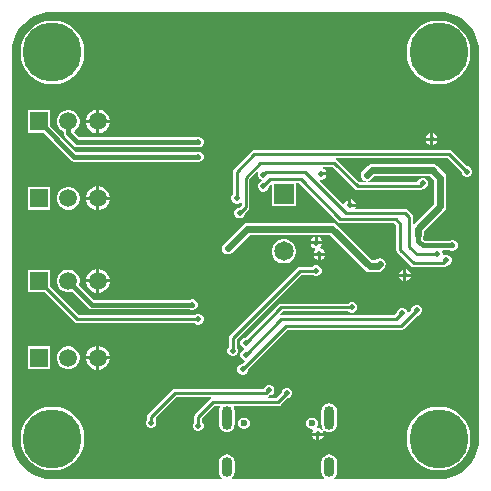
<source format=gbl>
G04*
G04 #@! TF.GenerationSoftware,Altium Limited,Altium Designer,22.9.1 (49)*
G04*
G04 Layer_Physical_Order=2*
G04 Layer_Color=16711680*
%FSLAX44Y44*%
%MOMM*%
G71*
G04*
G04 #@! TF.SameCoordinates,255A3326-CA3E-4E7A-B617-BBCC988FCEB9*
G04*
G04*
G04 #@! TF.FilePolarity,Positive*
G04*
G01*
G75*
%ADD11C,0.2540*%
%ADD44C,0.6000*%
%ADD46C,0.4000*%
%ADD48R,1.5080X1.5080*%
%ADD49C,1.5080*%
%ADD50C,1.6510*%
%ADD51R,1.6510X1.6510*%
%ADD52C,5.0000*%
%ADD53O,0.9000X1.7000*%
%ADD54O,0.9000X2.0000*%
%ADD55C,0.6000*%
%ADD56C,0.5000*%
G36*
X5403Y360998D02*
X10673Y359732D01*
X15679Y357659D01*
X20300Y354827D01*
X24421Y351307D01*
X27941Y347186D01*
X30772Y342565D01*
X32846Y337559D01*
X34111Y332289D01*
X34526Y327024D01*
X34499Y326886D01*
Y0D01*
X34526Y-138D01*
X34111Y-5403D01*
X32846Y-10672D01*
X30772Y-15679D01*
X27941Y-20300D01*
X24421Y-24421D01*
X20300Y-27941D01*
X15679Y-30772D01*
X10672Y-32846D01*
X5403Y-34111D01*
X138Y-34526D01*
X0Y-34499D01*
X-88324D01*
X-88755Y-33228D01*
X-88057Y-32693D01*
X-87015Y-31335D01*
X-86360Y-29754D01*
X-86137Y-28057D01*
Y-20057D01*
X-86360Y-18360D01*
X-87015Y-16779D01*
X-88057Y-15421D01*
X-89415Y-14379D01*
X-90996Y-13724D01*
X-92693Y-13501D01*
X-94390Y-13724D01*
X-95971Y-14379D01*
X-97329Y-15421D01*
X-98371Y-16779D01*
X-99026Y-18360D01*
X-99249Y-20057D01*
Y-28057D01*
X-99026Y-29754D01*
X-98371Y-31335D01*
X-97329Y-32693D01*
X-96631Y-33228D01*
X-97062Y-34499D01*
X-174824D01*
X-175255Y-33228D01*
X-174557Y-32693D01*
X-173515Y-31335D01*
X-172860Y-29754D01*
X-172637Y-28057D01*
Y-20057D01*
X-172860Y-18360D01*
X-173515Y-16779D01*
X-174557Y-15421D01*
X-175915Y-14379D01*
X-177496Y-13724D01*
X-179193Y-13501D01*
X-180890Y-13724D01*
X-182471Y-14379D01*
X-183829Y-15421D01*
X-184871Y-16779D01*
X-185526Y-18360D01*
X-185749Y-20057D01*
Y-28057D01*
X-185526Y-29754D01*
X-184871Y-31335D01*
X-183829Y-32693D01*
X-183131Y-33228D01*
X-183562Y-34499D01*
X-326886D01*
X-327024Y-34526D01*
X-332289Y-34111D01*
X-337559Y-32846D01*
X-342565Y-30772D01*
X-347186Y-27941D01*
X-351307Y-24421D01*
X-354827Y-20300D01*
X-357659Y-15679D01*
X-359732Y-10673D01*
X-360998Y-5403D01*
X-361412Y-138D01*
X-361385Y-0D01*
Y326886D01*
X-361412Y327024D01*
X-360998Y332289D01*
X-359732Y337559D01*
X-357659Y342565D01*
X-354827Y347186D01*
X-351307Y351307D01*
X-347186Y354827D01*
X-342565Y357659D01*
X-337559Y359732D01*
X-332289Y360998D01*
X-327024Y361412D01*
X-326886Y361385D01*
X0D01*
X138Y361412D01*
X5403Y360998D01*
D02*
G37*
%LPC*%
G36*
X-324761Y353886D02*
X-329011D01*
X-333209Y353221D01*
X-337251Y351908D01*
X-341037Y349979D01*
X-344475Y347481D01*
X-347481Y344475D01*
X-349979Y341037D01*
X-351908Y337251D01*
X-353221Y333209D01*
X-353886Y329011D01*
Y324761D01*
X-353221Y320564D01*
X-351908Y316522D01*
X-349979Y312735D01*
X-347481Y309297D01*
X-344475Y306292D01*
X-341037Y303794D01*
X-337251Y301864D01*
X-333209Y300551D01*
X-329011Y299886D01*
X-324761D01*
X-320564Y300551D01*
X-316522Y301864D01*
X-312735Y303794D01*
X-309297Y306292D01*
X-306292Y309297D01*
X-303794Y312735D01*
X-301864Y316522D01*
X-300551Y320564D01*
X-299886Y324761D01*
Y329011D01*
X-300551Y333209D01*
X-301864Y337251D01*
X-303794Y341037D01*
X-306292Y344475D01*
X-309297Y347481D01*
X-312735Y349979D01*
X-316522Y351908D01*
X-320564Y353221D01*
X-324761Y353886D01*
D02*
G37*
G36*
X2125Y353886D02*
X-2125D01*
X-6323Y353221D01*
X-10364Y351908D01*
X-14151Y349978D01*
X-17589Y347481D01*
X-20594Y344475D01*
X-23092Y341037D01*
X-25022Y337251D01*
X-26335Y333209D01*
X-27000Y329011D01*
Y324761D01*
X-26335Y320564D01*
X-25022Y316522D01*
X-23092Y312735D01*
X-20594Y309297D01*
X-17589Y306292D01*
X-14151Y303794D01*
X-10364Y301864D01*
X-6323Y300551D01*
X-2125Y299886D01*
X2125D01*
X6323Y300551D01*
X10364Y301864D01*
X14151Y303794D01*
X17589Y306292D01*
X20594Y309297D01*
X23093Y312735D01*
X25022Y316522D01*
X26335Y320564D01*
X27000Y324761D01*
Y329011D01*
X26335Y333209D01*
X25022Y337251D01*
X23093Y341037D01*
X20594Y344475D01*
X17589Y347481D01*
X14151Y349978D01*
X10364Y351908D01*
X6323Y353221D01*
X2125Y353886D01*
D02*
G37*
G36*
X-287116Y278523D02*
X-287173D01*
Y269713D01*
X-278363D01*
Y269770D01*
X-279050Y272334D01*
X-280377Y274632D01*
X-282254Y276509D01*
X-284552Y277836D01*
X-287116Y278523D01*
D02*
G37*
G36*
X-289713D02*
X-289770D01*
X-292334Y277836D01*
X-294632Y276509D01*
X-296509Y274632D01*
X-297836Y272334D01*
X-298523Y269770D01*
Y269713D01*
X-289713D01*
Y278523D01*
D02*
G37*
G36*
X-278363Y267173D02*
X-287173D01*
Y258363D01*
X-287116D01*
X-284552Y259050D01*
X-282254Y260377D01*
X-280377Y262254D01*
X-279050Y264552D01*
X-278363Y267116D01*
Y267173D01*
D02*
G37*
G36*
X-289713D02*
X-298523D01*
Y267116D01*
X-297836Y264552D01*
X-296509Y262254D01*
X-294632Y260377D01*
X-292334Y259050D01*
X-289770Y258363D01*
X-289713D01*
Y267173D01*
D02*
G37*
G36*
X-4673Y258372D02*
Y254713D01*
X-1014D01*
X-1670Y256298D01*
X-3088Y257716D01*
X-4673Y258372D01*
D02*
G37*
G36*
X-7213D02*
X-8798Y257716D01*
X-10216Y256298D01*
X-10872Y254713D01*
X-7213D01*
Y258372D01*
D02*
G37*
G36*
X-1014Y252173D02*
X-4673D01*
Y248514D01*
X-3088Y249170D01*
X-1670Y250588D01*
X-1014Y252173D01*
D02*
G37*
G36*
X-7213D02*
X-10872D01*
X-10216Y250588D01*
X-8798Y249170D01*
X-7213Y248514D01*
Y252173D01*
D02*
G37*
G36*
X-312187Y277983D02*
X-314699D01*
X-317125Y277333D01*
X-319301Y276077D01*
X-321077Y274301D01*
X-322333Y272125D01*
X-322983Y269699D01*
Y267187D01*
X-322333Y264761D01*
X-321077Y262585D01*
X-319301Y260809D01*
X-317521Y259782D01*
Y258443D01*
X-317521Y258443D01*
X-317211Y256882D01*
X-316327Y255559D01*
X-308827Y248059D01*
X-308827Y248059D01*
X-307504Y247175D01*
X-305943Y246865D01*
X-205356D01*
X-204338Y246443D01*
X-202548D01*
X-200894Y247128D01*
X-199628Y248394D01*
X-198943Y250048D01*
Y251838D01*
X-199628Y253492D01*
X-200894Y254758D01*
X-202548Y255443D01*
X-204338D01*
X-205356Y255021D01*
X-304254D01*
X-308405Y259172D01*
X-308239Y260432D01*
X-307585Y260809D01*
X-305809Y262585D01*
X-304553Y264761D01*
X-303903Y267187D01*
Y269699D01*
X-304553Y272125D01*
X-305809Y274301D01*
X-307585Y276077D01*
X-309761Y277333D01*
X-312187Y277983D01*
D02*
G37*
G36*
X-328903D02*
X-347983D01*
Y258903D01*
X-334671D01*
X-311327Y235559D01*
X-311327Y235559D01*
X-310004Y234675D01*
X-308443Y234365D01*
X-205356D01*
X-204338Y233943D01*
X-202548D01*
X-200894Y234628D01*
X-199628Y235894D01*
X-198943Y237548D01*
Y239338D01*
X-199628Y240992D01*
X-200894Y242258D01*
X-202548Y242943D01*
X-204338D01*
X-205356Y242521D01*
X-306754D01*
X-328903Y264671D01*
Y277983D01*
D02*
G37*
G36*
X9057Y244277D02*
X-155943D01*
X-157219Y244023D01*
X-158301Y243301D01*
X-173300Y228301D01*
X-174023Y227219D01*
X-174277Y225943D01*
Y206473D01*
X-174758Y205992D01*
X-175443Y204338D01*
Y202548D01*
X-174758Y200894D01*
X-173492Y199628D01*
X-171838Y198943D01*
X-170048D01*
X-168394Y199628D01*
X-168047Y199975D01*
X-166777Y199449D01*
Y197324D01*
X-168658Y195443D01*
X-169338D01*
X-170992Y194758D01*
X-172258Y193492D01*
X-172943Y191838D01*
Y190048D01*
X-172258Y188394D01*
X-170992Y187128D01*
X-169338Y186443D01*
X-167548D01*
X-165894Y187128D01*
X-164628Y188394D01*
X-163943Y190048D01*
Y190728D01*
X-161085Y193585D01*
X-160363Y194667D01*
X-160109Y195943D01*
Y219562D01*
X-153600Y226071D01*
X-152523Y225352D01*
X-152943Y224338D01*
Y222548D01*
X-152258Y220894D01*
X-150992Y219628D01*
X-149757Y219116D01*
Y217770D01*
X-150992Y217258D01*
X-152258Y215992D01*
X-152943Y214338D01*
Y212548D01*
X-152258Y210894D01*
X-150992Y209628D01*
X-149338Y208943D01*
X-147548D01*
X-145894Y209628D01*
X-144628Y210894D01*
X-143943Y212548D01*
Y213228D01*
X-142371Y214800D01*
X-141198Y214314D01*
Y196988D01*
X-120688D01*
Y215974D01*
X-118189D01*
X-85801Y183585D01*
X-84719Y182863D01*
X-83443Y182609D01*
X-37818D01*
X-35834Y180625D01*
Y160000D01*
X-35580Y158724D01*
X-34857Y157642D01*
X-23300Y146086D01*
X-22219Y145363D01*
X-20943Y145109D01*
X4057D01*
X5333Y145363D01*
X6414Y146086D01*
X6772Y146443D01*
X7452D01*
X9106Y147128D01*
X10372Y148394D01*
X11057Y150048D01*
Y151838D01*
X10372Y153492D01*
X9106Y154758D01*
X7452Y155443D01*
X5662D01*
X4827Y155097D01*
X3557Y155946D01*
Y156838D01*
X3036Y158095D01*
X3659Y159365D01*
X9644D01*
X10662Y158943D01*
X12452D01*
X14106Y159628D01*
X15372Y160894D01*
X16057Y162548D01*
Y164338D01*
X15372Y165992D01*
X14106Y167258D01*
X12452Y167943D01*
X10662D01*
X9644Y167521D01*
X-11754D01*
X-13422Y169189D01*
Y169604D01*
X-12790Y170549D01*
X-12402Y172500D01*
Y175388D01*
X5162Y192952D01*
X6267Y194606D01*
X6655Y196557D01*
Y220943D01*
X6267Y222894D01*
X5162Y224548D01*
X162Y229548D01*
X162Y229548D01*
X-1395Y231105D01*
X-3049Y232210D01*
X-5000Y232598D01*
X-56395D01*
X-58346Y232210D01*
X-60000Y231105D01*
X-64500Y226605D01*
X-65605Y224951D01*
X-65993Y223000D01*
X-65605Y221049D01*
X-64500Y219395D01*
X-62846Y218290D01*
X-61624Y218047D01*
X-61749Y216777D01*
X-67062D01*
X-86086Y235800D01*
X-86891Y236339D01*
X-86611Y237609D01*
X7676D01*
X19557Y225728D01*
Y225048D01*
X20242Y223394D01*
X21508Y222128D01*
X23162Y221443D01*
X24952D01*
X26606Y222128D01*
X27872Y223394D01*
X28557Y225048D01*
Y226838D01*
X27872Y228492D01*
X26606Y229758D01*
X24952Y230443D01*
X24272D01*
X11415Y243301D01*
X10333Y244023D01*
X9057Y244277D01*
D02*
G37*
G36*
X-287116Y213523D02*
X-287173D01*
Y204713D01*
X-278363D01*
Y204770D01*
X-279050Y207334D01*
X-280377Y209632D01*
X-282254Y211509D01*
X-284552Y212836D01*
X-287116Y213523D01*
D02*
G37*
G36*
X-289713D02*
X-289770D01*
X-292334Y212836D01*
X-294632Y211509D01*
X-296509Y209632D01*
X-297836Y207334D01*
X-298523Y204770D01*
Y204713D01*
X-289713D01*
Y213523D01*
D02*
G37*
G36*
X-312187Y212983D02*
X-314699D01*
X-317125Y212333D01*
X-319301Y211077D01*
X-321077Y209301D01*
X-322333Y207125D01*
X-322983Y204699D01*
Y202187D01*
X-322333Y199761D01*
X-321077Y197585D01*
X-319301Y195809D01*
X-317125Y194553D01*
X-314699Y193903D01*
X-312187D01*
X-309761Y194553D01*
X-307585Y195809D01*
X-305809Y197585D01*
X-304553Y199761D01*
X-303903Y202187D01*
Y204699D01*
X-304553Y207125D01*
X-305809Y209301D01*
X-307585Y211077D01*
X-309761Y212333D01*
X-312187Y212983D01*
D02*
G37*
G36*
X-328903D02*
X-347983D01*
Y193903D01*
X-328903D01*
Y212983D01*
D02*
G37*
G36*
X-278363Y202173D02*
X-287173D01*
Y193363D01*
X-287116D01*
X-284552Y194050D01*
X-282254Y195377D01*
X-280377Y197254D01*
X-279050Y199552D01*
X-278363Y202116D01*
Y202173D01*
D02*
G37*
G36*
X-289713D02*
X-298523D01*
Y202116D01*
X-297836Y199552D01*
X-296509Y197254D01*
X-294632Y195377D01*
X-292334Y194050D01*
X-289770Y193363D01*
X-289713D01*
Y202173D01*
D02*
G37*
G36*
X-102173Y170872D02*
Y167213D01*
X-98514D01*
X-99170Y168798D01*
X-100588Y170216D01*
X-102173Y170872D01*
D02*
G37*
G36*
X-104713D02*
X-106298Y170216D01*
X-107716Y168798D01*
X-108372Y167213D01*
X-104713D01*
Y170872D01*
D02*
G37*
G36*
X-98514Y164673D02*
X-108372D01*
X-107716Y163088D01*
X-106298Y161670D01*
X-104772Y161038D01*
X-104402Y160046D01*
X-104381Y159633D01*
X-105216Y158798D01*
X-105872Y157213D01*
X-96014D01*
X-96670Y158798D01*
X-98088Y160216D01*
X-99614Y160848D01*
X-99984Y161840D01*
X-100005Y162253D01*
X-99170Y163088D01*
X-98514Y164673D01*
D02*
G37*
G36*
X-96014Y154673D02*
X-99673D01*
Y151014D01*
X-98088Y151670D01*
X-96670Y153088D01*
X-96014Y154673D01*
D02*
G37*
G36*
X-102213D02*
X-105872D01*
X-105216Y153088D01*
X-103798Y151670D01*
X-102213Y151014D01*
Y154673D01*
D02*
G37*
G36*
X-129593Y168698D02*
X-132293D01*
X-134901Y167999D01*
X-137240Y166649D01*
X-139149Y164740D01*
X-140499Y162401D01*
X-141198Y159793D01*
Y157093D01*
X-140499Y154485D01*
X-139149Y152146D01*
X-137240Y150237D01*
X-134901Y148887D01*
X-132293Y148188D01*
X-129593D01*
X-126985Y148887D01*
X-124646Y150237D01*
X-122737Y152146D01*
X-121387Y154485D01*
X-120688Y157093D01*
Y159793D01*
X-121387Y162401D01*
X-122737Y164740D01*
X-124646Y166649D01*
X-126985Y167999D01*
X-129593Y168698D01*
D02*
G37*
G36*
X-90000Y182598D02*
X-161886D01*
X-163837Y182210D01*
X-165491Y181105D01*
X-182048Y164548D01*
X-183153Y162894D01*
X-183541Y160943D01*
X-183153Y158992D01*
X-182048Y157338D01*
X-180394Y156233D01*
X-178443Y155845D01*
X-176492Y156233D01*
X-174838Y157338D01*
X-159774Y172402D01*
X-92112D01*
X-62048Y142338D01*
X-60394Y141233D01*
X-58443Y140845D01*
X-51557D01*
X-49606Y141233D01*
X-47952Y142338D01*
X-46395Y143895D01*
X-45290Y145549D01*
X-44902Y147500D01*
X-45290Y149451D01*
X-46395Y151105D01*
X-48049Y152210D01*
X-50000Y152598D01*
X-51951Y152210D01*
X-53605Y151105D01*
X-53669Y151041D01*
X-56331D01*
X-86395Y181105D01*
X-88049Y182210D01*
X-90000Y182598D01*
D02*
G37*
G36*
X-27173Y143372D02*
Y139713D01*
X-23514D01*
X-24170Y141298D01*
X-25588Y142716D01*
X-27173Y143372D01*
D02*
G37*
G36*
X-29713D02*
X-31298Y142716D01*
X-32716Y141298D01*
X-33372Y139713D01*
X-29713D01*
Y143372D01*
D02*
G37*
G36*
X-102597Y146628D02*
X-104387D01*
X-106041Y145943D01*
X-106522Y145462D01*
X-117258D01*
X-118534Y145208D01*
X-119615Y144486D01*
X-170800Y93301D01*
X-176751Y87351D01*
X-177473Y86269D01*
X-177727Y84993D01*
Y77423D01*
X-178208Y76942D01*
X-178893Y75288D01*
Y73498D01*
X-178208Y71844D01*
X-176942Y70578D01*
X-175288Y69893D01*
X-173498D01*
X-171844Y70578D01*
X-170578Y71844D01*
X-169893Y73498D01*
Y75288D01*
X-170578Y76942D01*
X-171059Y77423D01*
Y83612D01*
X-166085Y88586D01*
X-115877Y138794D01*
X-106522D01*
X-106041Y138313D01*
X-104387Y137628D01*
X-102597D01*
X-100943Y138313D01*
X-99677Y139579D01*
X-98992Y141233D01*
Y143023D01*
X-99677Y144677D01*
X-100943Y145943D01*
X-102597Y146628D01*
D02*
G37*
G36*
X-287116Y143523D02*
X-287173D01*
Y134713D01*
X-278363D01*
Y134770D01*
X-279050Y137334D01*
X-280377Y139632D01*
X-282254Y141509D01*
X-284552Y142836D01*
X-287116Y143523D01*
D02*
G37*
G36*
X-289713D02*
X-289770D01*
X-292334Y142836D01*
X-294632Y141509D01*
X-296509Y139632D01*
X-297836Y137334D01*
X-298523Y134770D01*
Y134713D01*
X-289713D01*
Y143523D01*
D02*
G37*
G36*
X-23514Y137173D02*
X-27173D01*
Y133514D01*
X-25588Y134170D01*
X-24170Y135588D01*
X-23514Y137173D01*
D02*
G37*
G36*
X-29713D02*
X-33372D01*
X-32716Y135588D01*
X-31298Y134170D01*
X-29713Y133514D01*
Y137173D01*
D02*
G37*
G36*
X-278363Y132173D02*
X-287173D01*
Y123363D01*
X-287116D01*
X-284552Y124050D01*
X-282254Y125377D01*
X-280377Y127254D01*
X-279050Y129552D01*
X-278363Y132116D01*
Y132173D01*
D02*
G37*
G36*
X-289713D02*
X-298523D01*
Y132116D01*
X-297836Y129552D01*
X-296509Y127254D01*
X-294632Y125377D01*
X-292334Y124050D01*
X-289770Y123363D01*
X-289713D01*
Y132173D01*
D02*
G37*
G36*
X-312187Y142983D02*
X-314699D01*
X-317125Y142333D01*
X-319301Y141077D01*
X-321077Y139301D01*
X-322333Y137125D01*
X-322983Y134699D01*
Y132187D01*
X-322333Y129761D01*
X-321077Y127585D01*
X-319301Y125809D01*
X-317125Y124553D01*
X-314699Y123903D01*
X-312187D01*
X-310203Y124435D01*
X-296327Y110559D01*
X-296327Y110559D01*
X-295004Y109675D01*
X-293443Y109365D01*
X-210356D01*
X-209338Y108943D01*
X-207548D01*
X-205894Y109628D01*
X-204628Y110894D01*
X-203943Y112548D01*
Y114338D01*
X-204628Y115992D01*
X-205894Y117258D01*
X-207548Y117943D01*
X-209338D01*
X-210356Y117521D01*
X-291754D01*
X-304435Y130203D01*
X-303903Y132187D01*
Y134699D01*
X-304553Y137125D01*
X-305809Y139301D01*
X-307585Y141077D01*
X-309761Y142333D01*
X-312187Y142983D01*
D02*
G37*
G36*
X-328903D02*
X-347983D01*
Y123903D01*
X-333618D01*
X-308301Y98586D01*
X-307219Y97863D01*
X-305943Y97609D01*
X-206473D01*
X-205992Y97128D01*
X-204338Y96443D01*
X-202548D01*
X-200894Y97128D01*
X-199628Y98394D01*
X-198943Y100048D01*
Y101838D01*
X-199628Y103492D01*
X-200894Y104758D01*
X-202548Y105443D01*
X-204338D01*
X-205992Y104758D01*
X-206473Y104277D01*
X-304562D01*
X-328903Y128618D01*
Y142983D01*
D02*
G37*
G36*
X-287116Y78523D02*
X-287173D01*
Y69713D01*
X-278363D01*
Y69770D01*
X-279050Y72334D01*
X-280377Y74632D01*
X-282254Y76509D01*
X-284552Y77836D01*
X-287116Y78523D01*
D02*
G37*
G36*
X-289713D02*
X-289770D01*
X-292334Y77836D01*
X-294632Y76509D01*
X-296509Y74632D01*
X-297836Y72334D01*
X-298523Y69770D01*
Y69713D01*
X-289713D01*
Y78523D01*
D02*
G37*
G36*
X-312187Y77983D02*
X-314699D01*
X-317125Y77333D01*
X-319301Y76077D01*
X-321077Y74301D01*
X-322333Y72125D01*
X-322983Y69699D01*
Y67187D01*
X-322333Y64761D01*
X-321077Y62585D01*
X-319301Y60809D01*
X-317125Y59553D01*
X-314699Y58903D01*
X-312187D01*
X-309761Y59553D01*
X-307585Y60809D01*
X-305809Y62585D01*
X-304553Y64761D01*
X-303903Y67187D01*
Y69699D01*
X-304553Y72125D01*
X-305809Y74301D01*
X-307585Y76077D01*
X-309761Y77333D01*
X-312187Y77983D01*
D02*
G37*
G36*
X-328903D02*
X-347983D01*
Y58903D01*
X-328903D01*
Y77983D01*
D02*
G37*
G36*
X-278363Y67173D02*
X-287173D01*
Y58363D01*
X-287116D01*
X-284552Y59050D01*
X-282254Y60377D01*
X-280377Y62254D01*
X-279050Y64552D01*
X-278363Y67116D01*
Y67173D01*
D02*
G37*
G36*
X-289713D02*
X-298523D01*
Y67116D01*
X-297836Y64552D01*
X-296509Y62254D01*
X-294632Y60377D01*
X-292334Y59050D01*
X-289770Y58363D01*
X-289713D01*
Y67173D01*
D02*
G37*
G36*
X-72548Y115443D02*
X-74338D01*
X-75992Y114758D01*
X-76473Y114277D01*
X-133443D01*
X-134719Y114023D01*
X-135801Y113301D01*
X-163658Y85443D01*
X-164338D01*
X-165992Y84758D01*
X-167258Y83492D01*
X-167943Y81838D01*
Y80048D01*
X-167258Y78394D01*
X-165992Y77128D01*
X-164757Y76616D01*
Y75270D01*
X-165992Y74758D01*
X-167258Y73492D01*
X-167943Y71838D01*
Y70048D01*
X-167258Y68394D01*
X-165992Y67128D01*
X-164338Y66443D01*
X-164317D01*
X-163831Y65270D01*
X-166158Y62943D01*
X-166838D01*
X-168492Y62258D01*
X-169758Y60992D01*
X-170443Y59338D01*
Y57548D01*
X-169758Y55894D01*
X-168492Y54628D01*
X-166838Y53943D01*
X-165048D01*
X-163394Y54628D01*
X-162128Y55894D01*
X-161443Y57548D01*
Y58228D01*
X-128005Y91666D01*
X-31886D01*
X-30610Y91920D01*
X-29529Y92642D01*
X-18228Y103943D01*
X-17548D01*
X-15894Y104628D01*
X-14628Y105894D01*
X-13943Y107548D01*
Y109338D01*
X-14628Y110992D01*
X-15894Y112258D01*
X-17548Y112943D01*
X-19338D01*
X-20992Y112258D01*
X-22258Y110992D01*
X-22943Y109338D01*
Y108658D01*
X-25270Y106331D01*
X-26443Y106817D01*
Y106838D01*
X-27128Y108492D01*
X-28394Y109758D01*
X-30048Y110443D01*
X-31838D01*
X-33492Y109758D01*
X-34758Y108492D01*
X-35443Y106838D01*
Y106158D01*
X-37324Y104277D01*
X-133443D01*
X-133636Y104239D01*
X-134262Y105409D01*
X-132062Y107609D01*
X-76473D01*
X-75992Y107128D01*
X-74338Y106443D01*
X-72548D01*
X-70894Y107128D01*
X-69628Y108394D01*
X-68943Y110048D01*
Y111838D01*
X-69628Y113492D01*
X-70894Y114758D01*
X-72548Y115443D01*
D02*
G37*
G36*
X-163848Y17743D02*
X-165838D01*
X-167675Y16982D01*
X-169082Y15575D01*
X-169843Y13738D01*
Y11748D01*
X-169082Y9911D01*
X-167675Y8504D01*
X-165838Y7743D01*
X-163848D01*
X-162011Y8504D01*
X-160604Y9911D01*
X-159843Y11748D01*
Y13738D01*
X-160604Y15575D01*
X-162011Y16982D01*
X-163848Y17743D01*
D02*
G37*
G36*
X-92693Y29699D02*
X-94390Y29476D01*
X-95971Y28821D01*
X-97329Y27779D01*
X-98371Y26421D01*
X-99026Y24840D01*
X-99249Y23143D01*
Y12143D01*
X-99026Y10446D01*
X-98371Y8865D01*
X-97481Y7706D01*
X-98438Y6866D01*
X-99358Y7786D01*
X-101210Y8554D01*
X-102365D01*
X-102891Y9824D01*
X-102804Y9911D01*
X-102043Y11748D01*
Y13738D01*
X-102804Y15575D01*
X-104211Y16982D01*
X-106048Y17743D01*
X-108038D01*
X-109875Y16982D01*
X-111282Y15575D01*
X-112043Y13738D01*
Y11748D01*
X-111282Y9911D01*
X-109875Y8504D01*
X-108038Y7743D01*
X-106908D01*
X-106381Y6473D01*
X-106486Y6369D01*
X-107142Y4784D01*
X-97284D01*
X-97732Y5867D01*
X-97940Y6369D01*
X-97921Y6454D01*
X-97130Y7355D01*
X-95971Y6465D01*
X-94390Y5810D01*
X-92693Y5587D01*
X-90996Y5810D01*
X-89415Y6465D01*
X-88057Y7507D01*
X-87015Y8865D01*
X-86360Y10446D01*
X-86137Y12143D01*
Y23143D01*
X-86360Y24840D01*
X-87015Y26421D01*
X-88057Y27779D01*
X-89415Y28821D01*
X-90996Y29476D01*
X-92693Y29699D01*
D02*
G37*
G36*
X-142548Y45443D02*
X-144338D01*
X-145992Y44758D01*
X-147258Y43492D01*
X-147943Y41838D01*
Y41777D01*
X-223443D01*
X-224719Y41523D01*
X-225800Y40801D01*
X-245800Y20800D01*
X-246523Y19719D01*
X-246777Y18443D01*
Y16473D01*
X-247258Y15992D01*
X-247943Y14338D01*
Y12548D01*
X-247258Y10894D01*
X-245992Y9628D01*
X-244338Y8943D01*
X-242548D01*
X-240894Y9628D01*
X-239628Y10894D01*
X-238943Y12548D01*
Y14338D01*
X-239628Y15992D01*
X-239627Y17543D01*
X-222062Y35109D01*
X-192775D01*
X-192495Y33839D01*
X-193301Y33300D01*
X-205801Y20801D01*
X-206523Y19719D01*
X-206777Y18443D01*
Y13973D01*
X-207258Y13492D01*
X-207943Y11838D01*
Y10048D01*
X-207258Y8394D01*
X-205992Y7128D01*
X-204338Y6443D01*
X-202548D01*
X-200894Y7128D01*
X-199628Y8394D01*
X-198943Y10048D01*
Y11838D01*
X-199628Y13492D01*
X-200109Y13973D01*
Y17062D01*
X-189562Y27609D01*
X-185395D01*
X-184833Y26470D01*
X-184871Y26421D01*
X-185526Y24840D01*
X-185749Y23143D01*
Y12143D01*
X-185526Y10446D01*
X-184871Y8865D01*
X-183829Y7507D01*
X-182471Y6465D01*
X-180890Y5810D01*
X-179193Y5587D01*
X-177496Y5810D01*
X-175915Y6465D01*
X-174557Y7507D01*
X-173515Y8865D01*
X-172860Y10446D01*
X-172637Y12143D01*
Y23143D01*
X-172860Y24840D01*
X-173515Y26421D01*
X-173553Y26470D01*
X-172991Y27609D01*
X-135943D01*
X-134667Y27863D01*
X-133586Y28586D01*
X-128228Y33943D01*
X-127548D01*
X-125894Y34628D01*
X-124628Y35894D01*
X-123943Y37548D01*
Y39338D01*
X-124628Y40992D01*
X-125894Y42258D01*
X-127548Y42943D01*
X-129338D01*
X-130992Y42258D01*
X-132258Y40992D01*
X-132943Y39338D01*
Y38658D01*
X-137324Y34277D01*
X-144111D01*
X-144391Y35547D01*
X-143586Y36086D01*
X-143228Y36443D01*
X-142548D01*
X-140894Y37128D01*
X-139628Y38394D01*
X-138943Y40048D01*
Y41838D01*
X-139628Y43492D01*
X-140894Y44758D01*
X-142548Y45443D01*
D02*
G37*
G36*
X-97284Y2244D02*
X-100943D01*
Y-1415D01*
X-99358Y-759D01*
X-97940Y659D01*
X-97284Y2244D01*
D02*
G37*
G36*
X-103483D02*
X-107142D01*
X-106486Y659D01*
X-105068Y-759D01*
X-103483Y-1415D01*
Y2244D01*
D02*
G37*
G36*
X2125Y27000D02*
X-2125D01*
X-6323Y26335D01*
X-10364Y25022D01*
X-14151Y23093D01*
X-17589Y20594D01*
X-20594Y17589D01*
X-23093Y14151D01*
X-25022Y10364D01*
X-26335Y6323D01*
X-27000Y2125D01*
Y-2125D01*
X-26335Y-6323D01*
X-25022Y-10364D01*
X-23093Y-14151D01*
X-20594Y-17589D01*
X-17589Y-20594D01*
X-14151Y-23093D01*
X-10364Y-25022D01*
X-6323Y-26335D01*
X-2125Y-27000D01*
X2125D01*
X6323Y-26335D01*
X10364Y-25022D01*
X14151Y-23093D01*
X17589Y-20594D01*
X20594Y-17589D01*
X23093Y-14151D01*
X25022Y-10364D01*
X26335Y-6323D01*
X27000Y-2125D01*
Y2125D01*
X26335Y6323D01*
X25022Y10364D01*
X23093Y14151D01*
X20594Y17589D01*
X17589Y20594D01*
X14151Y23093D01*
X10364Y25022D01*
X6323Y26335D01*
X2125Y27000D01*
D02*
G37*
G36*
X-324761Y27000D02*
X-329011D01*
X-333209Y26335D01*
X-337251Y25022D01*
X-341037Y23092D01*
X-344475Y20594D01*
X-347481Y17589D01*
X-349978Y14151D01*
X-351908Y10364D01*
X-353221Y6323D01*
X-353886Y2125D01*
Y-2125D01*
X-353221Y-6323D01*
X-351908Y-10364D01*
X-349978Y-14151D01*
X-347481Y-17589D01*
X-344475Y-20594D01*
X-341037Y-23093D01*
X-337251Y-25022D01*
X-333209Y-26335D01*
X-329011Y-27000D01*
X-324761D01*
X-320564Y-26335D01*
X-316522Y-25022D01*
X-312735Y-23093D01*
X-309297Y-20594D01*
X-306292Y-17589D01*
X-303794Y-14151D01*
X-301864Y-10364D01*
X-300551Y-6323D01*
X-299886Y-2125D01*
Y2125D01*
X-300551Y6323D01*
X-301864Y10364D01*
X-303794Y14151D01*
X-306292Y17589D01*
X-309297Y20594D01*
X-312735Y23092D01*
X-316522Y25022D01*
X-320564Y26335D01*
X-324761Y27000D01*
D02*
G37*
%LPD*%
G36*
X-70800Y211085D02*
X-69719Y210363D01*
X-68443Y210109D01*
X-15943D01*
X-14667Y210363D01*
X-13585Y211085D01*
X-13228Y211443D01*
X-12548D01*
X-10894Y212128D01*
X-9628Y213394D01*
X-8943Y215048D01*
Y216838D01*
X-9628Y218492D01*
X-10894Y219758D01*
X-12548Y220443D01*
X-14338D01*
X-15992Y219758D01*
X-17258Y218492D01*
X-17943Y216838D01*
Y216777D01*
X-60041D01*
X-60166Y218047D01*
X-58944Y218290D01*
X-57290Y219395D01*
X-54283Y222402D01*
X-7112D01*
X-7048Y222338D01*
X-7048Y222338D01*
X-3541Y218831D01*
Y198669D01*
X-20396Y181814D01*
X-21666Y182340D01*
Y187500D01*
X-21920Y188776D01*
X-22643Y189858D01*
X-26086Y193301D01*
X-27167Y194023D01*
X-28443Y194277D01*
X-69505D01*
X-70354Y195547D01*
X-70071Y196230D01*
X-75000D01*
Y197500D01*
X-76270D01*
Y202429D01*
X-77855Y201773D01*
X-79273Y200355D01*
X-79879Y198890D01*
X-81213Y198428D01*
X-100685Y217900D01*
X-100159Y219170D01*
X-98955D01*
X-97102Y219938D01*
X-95684Y221355D01*
X-95028Y222940D01*
X-99957D01*
Y225480D01*
X-95028D01*
X-95684Y227065D01*
X-97102Y228483D01*
X-97962Y228839D01*
X-97709Y230109D01*
X-89824D01*
X-70800Y211085D01*
D02*
G37*
%LPC*%
G36*
X-73730Y202429D02*
Y198770D01*
X-70071D01*
X-70727Y200355D01*
X-72145Y201773D01*
X-73730Y202429D01*
D02*
G37*
%LPD*%
D11*
X-78443Y190943D02*
X-28443D01*
X-113443Y225943D02*
X-78443Y190943D01*
X-145943Y225943D02*
X-113443D01*
X-83443Y185943D02*
X-36437D01*
X-142578Y219308D02*
X-116808D01*
X-83443Y185943D01*
X-168443Y90943D02*
X-117258Y142128D01*
X-103492D01*
X-31886Y95000D02*
X-18443Y108443D01*
X-165943Y58443D02*
X-129386Y95000D01*
X-31886D01*
X-25000Y162500D02*
Y187500D01*
Y162500D02*
X-18443Y155943D01*
X-943D01*
X-28443Y190943D02*
X-25000Y187500D01*
X-32500Y160000D02*
Y182006D01*
X-20943Y148443D02*
X4057D01*
X-32500Y160000D02*
X-20943Y148443D01*
X-36437Y185943D02*
X-32500Y182006D01*
X9057Y240943D02*
X24057Y225943D01*
X-155943Y240943D02*
X9057D01*
X-170943Y225943D02*
X-155943Y240943D01*
X-150943Y233443D02*
X-88443D01*
X-163443Y220943D02*
X-150943Y233443D01*
X-88443D02*
X-68443Y213443D01*
X-15943D01*
X-163443Y195943D02*
Y220943D01*
X-168443Y190943D02*
X-163443Y195943D01*
X-15943Y213443D02*
X-13443Y215943D01*
X-170943Y203443D02*
Y225943D01*
X-148443Y213443D02*
X-142578Y219308D01*
X-148443Y223443D02*
X-145943Y225943D01*
X-35943Y100943D02*
X-30943Y105943D01*
X-133443Y100943D02*
X-35943D01*
X-163443Y70943D02*
X-133443Y100943D01*
X4057Y148443D02*
X6557Y150943D01*
X-223443Y38443D02*
X-145943D01*
X-243443Y18443D02*
X-223443Y38443D01*
X-145943D02*
X-143443Y40943D01*
X-174393Y74393D02*
Y79075D01*
Y84993D02*
X-168443Y90943D01*
X-174393Y79075D02*
Y84993D01*
X-135943Y30943D02*
X-128443Y38443D01*
X-190943Y30943D02*
X-135943D01*
X-203443Y18443D02*
X-190943Y30943D01*
X-203443Y10943D02*
Y18443D01*
X-243443Y13443D02*
Y18443D01*
X-163443Y80943D02*
X-133443Y110943D01*
X-73443D01*
X-305943Y100943D02*
X-203443D01*
X-338443Y133443D02*
X-305943Y100943D01*
D44*
X-58443Y145943D02*
X-51557D01*
X-50000Y147500D01*
X-90000Y177500D02*
X-58443Y145943D01*
X-161886Y177500D02*
X-90000D01*
X-60895Y223000D02*
X-56395Y227500D01*
X-5000D01*
X-3443Y225943D01*
X-178443Y160943D02*
X-161886Y177500D01*
X-17500Y172500D02*
Y177500D01*
X1557Y196557D02*
Y220943D01*
X-17500Y177500D02*
X1557Y196557D01*
X-3443Y225943D02*
X-3443D01*
X1557Y220943D01*
D46*
X-17500Y167500D02*
Y172500D01*
X-13443Y163443D02*
X11557D01*
X-17500Y167500D02*
X-13443Y163443D01*
X-308443Y238443D02*
X-203443D01*
X-305943Y250943D02*
X-203443D01*
X-293443Y113443D02*
X-208443D01*
X-313443Y133443D02*
X-293443Y113443D01*
X-338443Y268443D02*
X-308443Y238443D01*
X-313443Y258443D02*
X-305943Y250943D01*
X-313443Y258443D02*
Y268443D01*
D48*
X-338443Y203443D02*
D03*
Y68443D02*
D03*
Y133443D02*
D03*
X-338443Y268443D02*
D03*
D49*
X-313443Y203443D02*
D03*
X-288443D02*
D03*
X-313443Y68443D02*
D03*
X-288443D02*
D03*
X-313443Y133443D02*
D03*
X-288443D02*
D03*
X-313443Y268443D02*
D03*
X-288443D02*
D03*
D50*
X-130943Y158443D02*
D03*
D51*
Y207243D02*
D03*
D52*
X0Y0D02*
D03*
X0Y326886D02*
D03*
X-326886Y326886D02*
D03*
X-326886Y-0D02*
D03*
D53*
X-92693Y-24057D02*
D03*
X-179193D02*
D03*
D54*
X-92693Y17643D02*
D03*
X-179193D02*
D03*
D55*
X-107043Y12743D02*
D03*
X-164843D02*
D03*
D56*
X-50000Y147500D02*
D03*
X-100943Y155943D02*
D03*
X-60895Y223000D02*
D03*
X-103492Y142128D02*
D03*
X-75000Y197500D02*
D03*
X-17500Y172500D02*
D03*
X-28443Y138443D02*
D03*
X-5943Y253443D02*
D03*
X1557Y220943D02*
D03*
X24057Y225943D02*
D03*
X11557Y163443D02*
D03*
X-103443Y165943D02*
D03*
X-13443Y215943D02*
D03*
X-170943Y203443D02*
D03*
X-148443Y213443D02*
D03*
Y223443D02*
D03*
X-18443Y108443D02*
D03*
X-30943Y105943D02*
D03*
X-943Y155943D02*
D03*
X6557Y150943D02*
D03*
X-168443Y190943D02*
D03*
X-203443Y238443D02*
D03*
Y250943D02*
D03*
X-178443Y160943D02*
D03*
X-143443Y40943D02*
D03*
X-99957Y224210D02*
D03*
X-102213Y3514D02*
D03*
X-203443Y10943D02*
D03*
X-243443Y13443D02*
D03*
X-128443Y38443D02*
D03*
X-163443Y70943D02*
D03*
Y80943D02*
D03*
X-174393Y74393D02*
D03*
X-165943Y58443D02*
D03*
X-73443Y110943D02*
D03*
X-208443Y113443D02*
D03*
X-203443Y100943D02*
D03*
M02*

</source>
